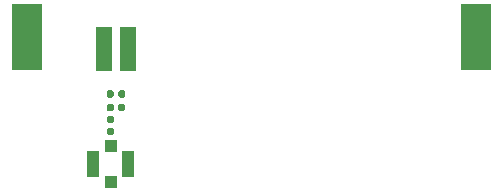
<source format=gbr>
%TF.GenerationSoftware,KiCad,Pcbnew,5.1.6+dfsg1-1~bpo10+1*%
%TF.CreationDate,2021-03-29T13:25:19-04:00*%
%TF.ProjectId,RUSP_Antenna,52555350-5f41-46e7-9465-6e6e612e6b69,rev?*%
%TF.SameCoordinates,Original*%
%TF.FileFunction,Paste,Top*%
%TF.FilePolarity,Positive*%
%FSLAX46Y46*%
G04 Gerber Fmt 4.6, Leading zero omitted, Abs format (unit mm)*
G04 Created by KiCad (PCBNEW 5.1.6+dfsg1-1~bpo10+1) date 2021-03-29 13:25:19*
%MOMM*%
%LPD*%
G01*
G04 APERTURE LIST*
%ADD10R,1.050000X2.200000*%
%ADD11R,1.000000X1.000000*%
%ADD12R,2.600000X5.600000*%
%ADD13R,1.400000X3.700000*%
G04 APERTURE END LIST*
%TO.C,C2*%
G36*
G01*
X133490000Y-98372500D02*
X133490000Y-98027500D01*
G75*
G02*
X133637500Y-97880000I147500J0D01*
G01*
X133932500Y-97880000D01*
G75*
G02*
X134080000Y-98027500I0J-147500D01*
G01*
X134080000Y-98372500D01*
G75*
G02*
X133932500Y-98520000I-147500J0D01*
G01*
X133637500Y-98520000D01*
G75*
G02*
X133490000Y-98372500I0J147500D01*
G01*
G37*
G36*
G01*
X132520000Y-98372500D02*
X132520000Y-98027500D01*
G75*
G02*
X132667500Y-97880000I147500J0D01*
G01*
X132962500Y-97880000D01*
G75*
G02*
X133110000Y-98027500I0J-147500D01*
G01*
X133110000Y-98372500D01*
G75*
G02*
X132962500Y-98520000I-147500J0D01*
G01*
X132667500Y-98520000D01*
G75*
G02*
X132520000Y-98372500I0J147500D01*
G01*
G37*
%TD*%
%TO.C,C1*%
G36*
G01*
X132677500Y-98920000D02*
X133022500Y-98920000D01*
G75*
G02*
X133170000Y-99067500I0J-147500D01*
G01*
X133170000Y-99362500D01*
G75*
G02*
X133022500Y-99510000I-147500J0D01*
G01*
X132677500Y-99510000D01*
G75*
G02*
X132530000Y-99362500I0J147500D01*
G01*
X132530000Y-99067500D01*
G75*
G02*
X132677500Y-98920000I147500J0D01*
G01*
G37*
G36*
G01*
X132677500Y-99890000D02*
X133022500Y-99890000D01*
G75*
G02*
X133170000Y-100037500I0J-147500D01*
G01*
X133170000Y-100332500D01*
G75*
G02*
X133022500Y-100480000I-147500J0D01*
G01*
X132677500Y-100480000D01*
G75*
G02*
X132530000Y-100332500I0J147500D01*
G01*
X132530000Y-100037500D01*
G75*
G02*
X132677500Y-99890000I147500J0D01*
G01*
G37*
%TD*%
D10*
%TO.C,J1*%
X134325000Y-102950000D03*
X131375000Y-102950000D03*
D11*
X132850000Y-104450000D03*
X132850000Y-101450000D03*
%TD*%
%TO.C,L1*%
G36*
G01*
X132520000Y-97222500D02*
X132520000Y-96877500D01*
G75*
G02*
X132667500Y-96730000I147500J0D01*
G01*
X132962500Y-96730000D01*
G75*
G02*
X133110000Y-96877500I0J-147500D01*
G01*
X133110000Y-97222500D01*
G75*
G02*
X132962500Y-97370000I-147500J0D01*
G01*
X132667500Y-97370000D01*
G75*
G02*
X132520000Y-97222500I0J147500D01*
G01*
G37*
G36*
G01*
X133490000Y-97222500D02*
X133490000Y-96877500D01*
G75*
G02*
X133637500Y-96730000I147500J0D01*
G01*
X133932500Y-96730000D01*
G75*
G02*
X134080000Y-96877500I0J-147500D01*
G01*
X134080000Y-97222500D01*
G75*
G02*
X133932500Y-97370000I-147500J0D01*
G01*
X133637500Y-97370000D01*
G75*
G02*
X133490000Y-97222500I0J147500D01*
G01*
G37*
%TD*%
D12*
%TO.C,AE1*%
X163800000Y-92250000D03*
D13*
X132300000Y-93250000D03*
D12*
X125800000Y-92250000D03*
D13*
X134300000Y-93250000D03*
%TD*%
M02*

</source>
